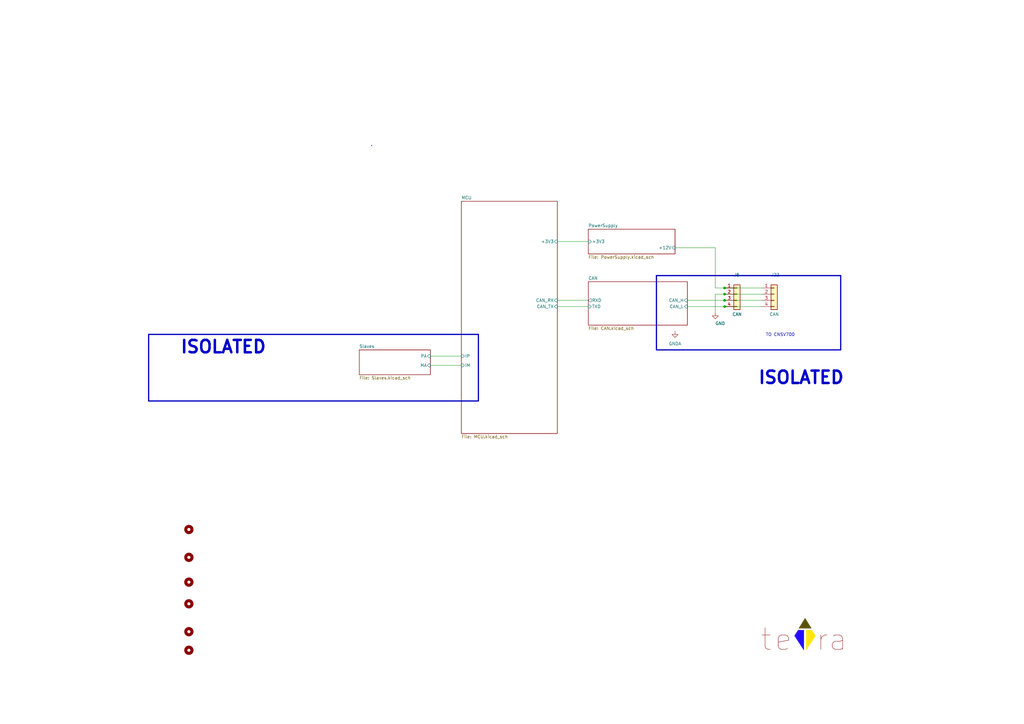
<source format=kicad_sch>
(kicad_sch
	(version 20231120)
	(generator "eeschema")
	(generator_version "8.0")
	(uuid "6a86ff6f-b159-4c4c-8a40-e732cc82e010")
	(paper "A3")
	(title_block
		(title "BMS-Master")
		(date "2024-07-23")
		(rev "V2")
		(company "teTra")
	)
	(lib_symbols
		(symbol "Library:Conn_01x04"
			(pin_names
				(offset 1.016) hide)
			(exclude_from_sim no)
			(in_bom yes)
			(on_board yes)
			(property "Reference" "J"
				(at 0 5.08 0)
				(effects
					(font
						(size 1.27 1.27)
					)
				)
			)
			(property "Value" "Conn_01x04"
				(at 0 -7.62 0)
				(effects
					(font
						(size 1.27 1.27)
					)
				)
			)
			(property "Footprint" ""
				(at 0 0 0)
				(effects
					(font
						(size 1.27 1.27)
					)
					(hide yes)
				)
			)
			(property "Datasheet" "~"
				(at 0 0 0)
				(effects
					(font
						(size 1.27 1.27)
					)
					(hide yes)
				)
			)
			(property "Description" "Generic connector, single row, 01x04, script generated (kicad-library-utils/schlib/autogen/connector/)"
				(at 0 0 0)
				(effects
					(font
						(size 1.27 1.27)
					)
					(hide yes)
				)
			)
			(property "ki_keywords" "connector"
				(at 0 0 0)
				(effects
					(font
						(size 1.27 1.27)
					)
					(hide yes)
				)
			)
			(property "ki_fp_filters" "Connector*:*_1x??_*"
				(at 0 0 0)
				(effects
					(font
						(size 1.27 1.27)
					)
					(hide yes)
				)
			)
			(symbol "Conn_01x04_1_1"
				(rectangle
					(start -1.27 -4.953)
					(end 0 -5.207)
					(stroke
						(width 0.1524)
						(type default)
					)
					(fill
						(type none)
					)
				)
				(rectangle
					(start -1.27 -2.413)
					(end 0 -2.667)
					(stroke
						(width 0.1524)
						(type default)
					)
					(fill
						(type none)
					)
				)
				(rectangle
					(start -1.27 0.127)
					(end 0 -0.127)
					(stroke
						(width 0.1524)
						(type default)
					)
					(fill
						(type none)
					)
				)
				(rectangle
					(start -1.27 2.667)
					(end 0 2.413)
					(stroke
						(width 0.1524)
						(type default)
					)
					(fill
						(type none)
					)
				)
				(rectangle
					(start -1.27 3.81)
					(end 1.27 -6.35)
					(stroke
						(width 0.254)
						(type default)
					)
					(fill
						(type background)
					)
				)
				(pin passive line
					(at -5.08 2.54 0)
					(length 3.81)
					(name "Pin_1"
						(effects
							(font
								(size 1.27 1.27)
							)
						)
					)
					(number "1"
						(effects
							(font
								(size 1.27 1.27)
							)
						)
					)
				)
				(pin passive line
					(at -5.08 0 0)
					(length 3.81)
					(name "Pin_2"
						(effects
							(font
								(size 1.27 1.27)
							)
						)
					)
					(number "2"
						(effects
							(font
								(size 1.27 1.27)
							)
						)
					)
				)
				(pin passive line
					(at -5.08 -2.54 0)
					(length 3.81)
					(name "Pin_3"
						(effects
							(font
								(size 1.27 1.27)
							)
						)
					)
					(number "3"
						(effects
							(font
								(size 1.27 1.27)
							)
						)
					)
				)
				(pin passive line
					(at -5.08 -5.08 0)
					(length 3.81)
					(name "Pin_4"
						(effects
							(font
								(size 1.27 1.27)
							)
						)
					)
					(number "4"
						(effects
							(font
								(size 1.27 1.27)
							)
						)
					)
				)
			)
		)
		(symbol "Library:GND"
			(power)
			(pin_names
				(offset 0)
			)
			(exclude_from_sim no)
			(in_bom yes)
			(on_board yes)
			(property "Reference" "#PWR"
				(at 0 -6.35 0)
				(effects
					(font
						(size 1.27 1.27)
					)
					(hide yes)
				)
			)
			(property "Value" "GND"
				(at 0 -3.81 0)
				(effects
					(font
						(size 1.27 1.27)
					)
				)
			)
			(property "Footprint" ""
				(at 0 0 0)
				(effects
					(font
						(size 1.27 1.27)
					)
					(hide yes)
				)
			)
			(property "Datasheet" ""
				(at 0 0 0)
				(effects
					(font
						(size 1.27 1.27)
					)
					(hide yes)
				)
			)
			(property "Description" "Power symbol creates a global label with name \"GND\" , ground"
				(at 0 0 0)
				(effects
					(font
						(size 1.27 1.27)
					)
					(hide yes)
				)
			)
			(property "ki_keywords" "global power"
				(at 0 0 0)
				(effects
					(font
						(size 1.27 1.27)
					)
					(hide yes)
				)
			)
			(symbol "GND_0_1"
				(polyline
					(pts
						(xy 0 0) (xy 0 -1.27) (xy 1.27 -1.27) (xy 0 -2.54) (xy -1.27 -1.27) (xy 0 -1.27)
					)
					(stroke
						(width 0)
						(type default)
					)
					(fill
						(type none)
					)
				)
			)
			(symbol "GND_1_1"
				(pin power_in line
					(at 0 0 270)
					(length 0) hide
					(name "GND"
						(effects
							(font
								(size 1.27 1.27)
							)
						)
					)
					(number "1"
						(effects
							(font
								(size 1.27 1.27)
							)
						)
					)
				)
			)
		)
		(symbol "Library:GNDA"
			(power)
			(pin_numbers hide)
			(pin_names
				(offset 0) hide)
			(exclude_from_sim no)
			(in_bom yes)
			(on_board yes)
			(property "Reference" "#PWR"
				(at 0 -6.35 0)
				(effects
					(font
						(size 1.27 1.27)
					)
					(hide yes)
				)
			)
			(property "Value" "GNDA"
				(at 0 -3.81 0)
				(effects
					(font
						(size 1.27 1.27)
					)
				)
			)
			(property "Footprint" ""
				(at 0 0 0)
				(effects
					(font
						(size 1.27 1.27)
					)
					(hide yes)
				)
			)
			(property "Datasheet" ""
				(at 0 0 0)
				(effects
					(font
						(size 1.27 1.27)
					)
					(hide yes)
				)
			)
			(property "Description" "Power symbol creates a global label with name \"GNDA\" , analog ground"
				(at 0 0 0)
				(effects
					(font
						(size 1.27 1.27)
					)
					(hide yes)
				)
			)
			(property "ki_keywords" "global power"
				(at 0 0 0)
				(effects
					(font
						(size 1.27 1.27)
					)
					(hide yes)
				)
			)
			(symbol "GNDA_0_1"
				(polyline
					(pts
						(xy 0 0) (xy 0 -1.27) (xy 1.27 -1.27) (xy 0 -2.54) (xy -1.27 -1.27) (xy 0 -1.27)
					)
					(stroke
						(width 0)
						(type default)
					)
					(fill
						(type none)
					)
				)
			)
			(symbol "GNDA_1_1"
				(pin power_in line
					(at 0 0 270)
					(length 0)
					(name "~"
						(effects
							(font
								(size 1.27 1.27)
							)
						)
					)
					(number "1"
						(effects
							(font
								(size 1.27 1.27)
							)
						)
					)
				)
			)
		)
		(symbol "Library:Logo_Tetra"
			(exclude_from_sim no)
			(in_bom yes)
			(on_board yes)
			(property "Reference" "U"
				(at -0.762 0 0)
				(effects
					(font
						(size 1.27 1.27)
					)
				)
			)
			(property "Value" ""
				(at -0.762 0 0)
				(effects
					(font
						(size 1.27 1.27)
					)
				)
			)
			(property "Footprint" ""
				(at -0.762 0 0)
				(effects
					(font
						(size 1.27 1.27)
					)
					(hide yes)
				)
			)
			(property "Datasheet" ""
				(at -0.762 0 0)
				(effects
					(font
						(size 1.27 1.27)
					)
					(hide yes)
				)
			)
			(property "Description" ""
				(at -0.762 0 0)
				(effects
					(font
						(size 1.27 1.27)
					)
					(hide yes)
				)
			)
			(symbol "Logo_Tetra_1_1"
				(polyline
					(pts
						(xy 0 7.366) (xy -2.54 3.302) (xy 2.54 3.302) (xy 0 7.366)
					)
					(stroke
						(width 0)
						(type default)
						(color 88 80 0 1)
					)
					(fill
						(type color)
						(color 88 80 0 1)
					)
				)
				(polyline
					(pts
						(xy -0.508 2.54) (xy -2.794 2.54) (xy -4.318 0.254) (xy -0.508 -5.588) (xy -0.508 2.54)
					)
					(stroke
						(width 0)
						(type default)
						(color 38 9 255 1)
					)
					(fill
						(type color)
						(color 38 9 255 1)
					)
				)
				(polyline
					(pts
						(xy 0.508 2.54) (xy 2.794 2.54) (xy 4.318 0.254) (xy 0.508 -5.588) (xy 0.508 2.54)
					)
					(stroke
						(width 0)
						(type default)
						(color 255 228 16 1)
					)
					(fill
						(type color)
						(color 255 228 16 1)
					)
				)
				(text "a"
					(at 13.462 -1.27 0)
					(effects
						(font
							(face "KiCad Font")
							(size 8.89 8.89)
						)
					)
				)
				(text "e"
					(at -8.89 -1.27 0)
					(effects
						(font
							(face "KiCad Font")
							(size 8.89 8.89)
						)
					)
				)
				(text "r"
					(at 7.112 -1.27 0)
					(effects
						(font
							(size 8.89 8.89)
						)
					)
				)
				(text "t"
					(at -16.002 -1.27 0)
					(effects
						(font
							(size 8.89 8.89)
						)
					)
				)
			)
		)
		(symbol "Library:MountingHole"
			(pin_names
				(offset 1.016)
			)
			(exclude_from_sim yes)
			(in_bom no)
			(on_board yes)
			(property "Reference" "H"
				(at 0 5.08 0)
				(effects
					(font
						(size 1.27 1.27)
					)
				)
			)
			(property "Value" "MountingHole"
				(at 0 3.175 0)
				(effects
					(font
						(size 1.27 1.27)
					)
				)
			)
			(property "Footprint" ""
				(at 0 0 0)
				(effects
					(font
						(size 1.27 1.27)
					)
					(hide yes)
				)
			)
			(property "Datasheet" "~"
				(at 0 0 0)
				(effects
					(font
						(size 1.27 1.27)
					)
					(hide yes)
				)
			)
			(property "Description" "Mounting Hole without connection"
				(at 0 0 0)
				(effects
					(font
						(size 1.27 1.27)
					)
					(hide yes)
				)
			)
			(property "ki_keywords" "mounting hole"
				(at 0 0 0)
				(effects
					(font
						(size 1.27 1.27)
					)
					(hide yes)
				)
			)
			(property "ki_fp_filters" "MountingHole*"
				(at 0 0 0)
				(effects
					(font
						(size 1.27 1.27)
					)
					(hide yes)
				)
			)
			(symbol "MountingHole_0_1"
				(circle
					(center 0 0)
					(radius 1.27)
					(stroke
						(width 1.27)
						(type default)
					)
					(fill
						(type none)
					)
				)
			)
		)
	)
	(junction
		(at 297.18 123.19)
		(diameter 0)
		(color 0 0 0 0)
		(uuid "1815a980-df43-4522-9f8e-be3d530b4127")
	)
	(junction
		(at 297.18 125.73)
		(diameter 0)
		(color 0 0 0 0)
		(uuid "52d635c3-4a6b-4e2d-b0ef-a95edab346d5")
	)
	(junction
		(at 297.18 120.65)
		(diameter 0)
		(color 0 0 0 0)
		(uuid "56e7cf6a-7807-4865-9ec6-754ab70b3a2c")
	)
	(junction
		(at 297.18 118.11)
		(diameter 0)
		(color 0 0 0 0)
		(uuid "ae9d0e56-3960-43ac-9a5e-7a82e4984649")
	)
	(wire
		(pts
			(xy 176.53 146.05) (xy 189.23 146.05)
		)
		(stroke
			(width 0)
			(type default)
		)
		(uuid "0d31769f-6a99-4532-aeea-d7f0647a7af1")
	)
	(wire
		(pts
			(xy 176.53 149.86) (xy 189.23 149.86)
		)
		(stroke
			(width 0)
			(type default)
		)
		(uuid "1e7f720d-d7bf-4d45-87d3-bc0484d30c54")
	)
	(wire
		(pts
			(xy 228.6 125.73) (xy 241.3 125.73)
		)
		(stroke
			(width 0)
			(type default)
		)
		(uuid "46e88a53-ed75-4660-bc1c-c2b95c9941ac")
	)
	(wire
		(pts
			(xy 281.94 125.73) (xy 297.18 125.73)
		)
		(stroke
			(width 0)
			(type default)
		)
		(uuid "5357218a-a4d2-45ba-bb22-1e1a8aa39d51")
	)
	(wire
		(pts
			(xy 228.6 99.06) (xy 241.3 99.06)
		)
		(stroke
			(width 0)
			(type default)
		)
		(uuid "564eaa5a-c668-48e7-8ea3-684b59fc4b93")
	)
	(wire
		(pts
			(xy 297.18 118.11) (xy 312.42 118.11)
		)
		(stroke
			(width 0)
			(type default)
		)
		(uuid "7693391c-8570-453f-90fd-fbba080dfdd6")
	)
	(wire
		(pts
			(xy 293.37 120.65) (xy 297.18 120.65)
		)
		(stroke
			(width 0)
			(type default)
		)
		(uuid "7b8c4b4e-138c-4a57-9063-721d806b9838")
	)
	(wire
		(pts
			(xy 293.37 120.65) (xy 293.37 128.27)
		)
		(stroke
			(width 0)
			(type default)
		)
		(uuid "927317a1-3d86-4cb3-b46e-d9aa69077681")
	)
	(wire
		(pts
			(xy 297.18 123.19) (xy 312.42 123.19)
		)
		(stroke
			(width 0)
			(type default)
		)
		(uuid "9a09f34e-baa1-4d23-8d74-ddbfb3df2c3a")
	)
	(wire
		(pts
			(xy 281.94 123.19) (xy 297.18 123.19)
		)
		(stroke
			(width 0)
			(type default)
		)
		(uuid "a818bd30-8138-4cda-908e-843677812338")
	)
	(wire
		(pts
			(xy 297.18 120.65) (xy 312.42 120.65)
		)
		(stroke
			(width 0)
			(type default)
		)
		(uuid "a87b788b-6eb7-4a4a-b899-96fbbc348285")
	)
	(wire
		(pts
			(xy 293.37 101.6) (xy 293.37 118.11)
		)
		(stroke
			(width 0)
			(type default)
		)
		(uuid "b47bf97d-1044-4315-ac3d-de5da6033f26")
	)
	(wire
		(pts
			(xy 228.6 123.19) (xy 241.3 123.19)
		)
		(stroke
			(width 0)
			(type default)
		)
		(uuid "bc7dd930-2602-4e2e-93c3-9599f2f9060b")
	)
	(wire
		(pts
			(xy 297.18 125.73) (xy 312.42 125.73)
		)
		(stroke
			(width 0)
			(type default)
		)
		(uuid "c2697cc7-6480-4188-8b86-f5dc49cd13f4")
	)
	(wire
		(pts
			(xy 293.37 118.11) (xy 297.18 118.11)
		)
		(stroke
			(width 0)
			(type default)
		)
		(uuid "e09bf15a-f50d-426b-a5c6-6863ee6f493c")
	)
	(wire
		(pts
			(xy 276.86 101.6) (xy 293.37 101.6)
		)
		(stroke
			(width 0)
			(type default)
		)
		(uuid "fba7112f-68fa-4dce-a705-0f77b8f0daa6")
	)
	(rectangle
		(start 152.4 59.69)
		(end 152.4 59.69)
		(stroke
			(width 0)
			(type default)
		)
		(fill
			(type none)
		)
		(uuid 16ed3026-92db-43e4-94ce-cb9942d539a9)
	)
	(rectangle
		(start 152.4 59.69)
		(end 152.4 59.69)
		(stroke
			(width 0)
			(type default)
		)
		(fill
			(type none)
		)
		(uuid 223aa8e8-e165-46dc-8004-d0f7a65ecba6)
	)
	(rectangle
		(start 152.4 59.69)
		(end 152.4 59.69)
		(stroke
			(width 0)
			(type default)
		)
		(fill
			(type none)
		)
		(uuid 2fcede93-9de7-495d-a723-2d73c73c7b6f)
	)
	(rectangle
		(start 152.4 59.69)
		(end 152.4 59.69)
		(stroke
			(width 0)
			(type default)
		)
		(fill
			(type none)
		)
		(uuid 5fbfa526-c30f-47f6-8144-7f30cec9d859)
	)
	(rectangle
		(start 152.4 59.69)
		(end 152.4 59.69)
		(stroke
			(width 0)
			(type default)
		)
		(fill
			(type none)
		)
		(uuid 6417f53f-a88b-4d4d-99b7-072470c6c0a0)
	)
	(rectangle
		(start 152.4 59.69)
		(end 152.4 59.69)
		(stroke
			(width 0)
			(type default)
		)
		(fill
			(type none)
		)
		(uuid 761ccd63-a067-48de-bb96-f182215cb15d)
	)
	(rectangle
		(start 152.4 59.69)
		(end 152.4 59.69)
		(stroke
			(width 0)
			(type default)
		)
		(fill
			(type none)
		)
		(uuid 7833effb-1ef3-4514-9423-6ce15b0e7601)
	)
	(rectangle
		(start 152.4 59.69)
		(end 152.4 59.69)
		(stroke
			(width 0)
			(type default)
		)
		(fill
			(type none)
		)
		(uuid 84c90483-45a3-4739-b73e-9c011eb5a6b3)
	)
	(rectangle
		(start 152.4 59.69)
		(end 152.4 59.69)
		(stroke
			(width 0)
			(type default)
		)
		(fill
			(type none)
		)
		(uuid a44f9e23-e56b-46ab-98e0-a509f1df9112)
	)
	(rectangle
		(start 152.4 59.69)
		(end 152.4 59.69)
		(stroke
			(width 0)
			(type default)
		)
		(fill
			(type none)
		)
		(uuid a6c3c0d5-36dd-4850-b1a5-9e9d33dbee96)
	)
	(rectangle
		(start 152.4 59.69)
		(end 152.4 59.69)
		(stroke
			(width 0)
			(type default)
		)
		(fill
			(type none)
		)
		(uuid cc05d2e2-b228-431e-bdc0-e0860c04d0cb)
	)
	(rectangle
		(start 269.24 113.03)
		(end 344.805 143.51)
		(stroke
			(width 0.5)
			(type default)
		)
		(fill
			(type none)
		)
		(uuid d1641d51-57d4-43f0-bc53-8f624be3d3a1)
	)
	(rectangle
		(start 152.4 59.69)
		(end 152.4 59.69)
		(stroke
			(width 0)
			(type default)
		)
		(fill
			(type none)
		)
		(uuid d8735071-f685-4511-9a51-ec1dbf78025d)
	)
	(rectangle
		(start 152.4 59.69)
		(end 152.4 59.69)
		(stroke
			(width 0)
			(type default)
		)
		(fill
			(type none)
		)
		(uuid ea6bb95e-e93f-4e24-b732-f58cac2dd5b5)
	)
	(rectangle
		(start 152.4 59.69)
		(end 152.4 59.69)
		(stroke
			(width 0)
			(type default)
		)
		(fill
			(type none)
		)
		(uuid ec13c14f-f372-47c6-8a1b-793204123c6b)
	)
	(rectangle
		(start 60.96 137.16)
		(end 196.215 164.465)
		(stroke
			(width 0.5)
			(type default)
		)
		(fill
			(type none)
		)
		(uuid ecd79333-2b26-4913-bd9c-63cb6b9965e8)
	)
	(rectangle
		(start 152.4 59.69)
		(end 152.4 59.69)
		(stroke
			(width 0)
			(type default)
		)
		(fill
			(type none)
		)
		(uuid ef661221-3ee0-456b-8605-67b88b2feaa8)
	)
	(rectangle
		(start 152.4 59.69)
		(end 152.4 59.69)
		(stroke
			(width 0)
			(type default)
		)
		(fill
			(type none)
		)
		(uuid fd9b1398-e4ca-40d7-b486-76ff1cab045d)
	)
	(text "ISOLATED"
		(exclude_from_sim no)
		(at 73.66 145.415 0)
		(effects
			(font
				(size 5.08 5.08)
				(thickness 1.016)
				(bold yes)
			)
			(justify left bottom)
		)
		(uuid "2f72da79-bdf8-4579-9ed1-a83544662245")
	)
	(text "TO CNSV700"
		(exclude_from_sim no)
		(at 320.04 137.414 0)
		(effects
			(font
				(size 1.27 1.27)
			)
		)
		(uuid "5180fe68-b87a-4be3-9dbe-8d12f762f071")
	)
	(text "ISOLATED"
		(exclude_from_sim no)
		(at 310.642 157.988 0)
		(effects
			(font
				(size 5.08 5.08)
				(thickness 1.016)
				(bold yes)
			)
			(justify left bottom)
		)
		(uuid "ad00bf51-f311-4529-b191-851f619e2a99")
	)
	(symbol
		(lib_id "Library:MountingHole")
		(at 77.47 217.17 180)
		(unit 1)
		(exclude_from_sim yes)
		(in_bom no)
		(on_board yes)
		(dnp no)
		(uuid "38595ddf-3943-40f2-b2ee-affec50ace1d")
		(property "Reference" "J21"
			(at 79.5528 213.7918 0)
			(effects
				(font
					(size 1.27 1.27)
				)
				(hide yes)
			)
		)
		(property "Value" "Hole /NC"
			(at 79.5528 213.7664 0)
			(effects
				(font
					(size 1.27 1.27)
				)
				(hide yes)
			)
		)
		(property "Footprint" "MountingHole:MountingHole_3.2mm_M3_ISO7380"
			(at 77.47 217.17 0)
			(effects
				(font
					(size 1.27 1.27)
				)
				(hide yes)
			)
		)
		(property "Datasheet" "~"
			(at 77.47 217.17 0)
			(effects
				(font
					(size 1.27 1.27)
				)
				(hide yes)
			)
		)
		(property "Description" "Mounting Hole without connection"
			(at 77.47 217.17 0)
			(effects
				(font
					(size 1.27 1.27)
				)
				(hide yes)
			)
		)
		(property "MPN" "N/A"
			(at 77.47 217.17 0)
			(effects
				(font
					(size 1.27 1.27)
				)
				(hide yes)
			)
		)
		(instances
			(project "LTC6811_ESP32_V5"
				(path "/6a86ff6f-b159-4c4c-8a40-e732cc82e010"
					(reference "J21")
					(unit 1)
				)
			)
		)
	)
	(symbol
		(lib_id "Library:GND")
		(at 293.37 128.27 0)
		(unit 1)
		(exclude_from_sim no)
		(in_bom yes)
		(on_board yes)
		(dnp no)
		(uuid "4de6c470-6bc2-4d83-9cc4-feed8a7e9536")
		(property "Reference" "#PWR09"
			(at 293.37 134.62 0)
			(effects
				(font
					(size 1.27 1.27)
				)
				(hide yes)
			)
		)
		(property "Value" "GND"
			(at 295.402 132.6642 0)
			(effects
				(font
					(size 1.27 1.27)
				)
			)
		)
		(property "Footprint" ""
			(at 293.37 128.27 0)
			(effects
				(font
					(size 1.27 1.27)
				)
				(hide yes)
			)
		)
		(property "Datasheet" ""
			(at 293.37 128.27 0)
			(effects
				(font
					(size 1.27 1.27)
				)
				(hide yes)
			)
		)
		(property "Description" ""
			(at 293.37 128.27 0)
			(effects
				(font
					(size 1.27 1.27)
				)
				(hide yes)
			)
		)
		(pin "1"
			(uuid "49a318ba-d78f-4aab-87df-8a0ee86ec453")
		)
		(instances
			(project "LTC6811_ESP32_V4"
				(path "/6a86ff6f-b159-4c4c-8a40-e732cc82e010"
					(reference "#PWR09")
					(unit 1)
				)
			)
		)
	)
	(symbol
		(lib_id "Library:Conn_01x04")
		(at 317.5 120.65 0)
		(unit 1)
		(exclude_from_sim no)
		(in_bom yes)
		(on_board yes)
		(dnp no)
		(uuid "6147c463-de4c-4027-8ec7-13df34ffe6f7")
		(property "Reference" "J23"
			(at 316.23 112.776 0)
			(effects
				(font
					(size 1.27 1.27)
				)
				(justify left)
			)
		)
		(property "Value" "CAN"
			(at 315.595 128.905 0)
			(effects
				(font
					(size 1.27 1.27)
				)
				(justify left)
			)
		)
		(property "Footprint" "Connector_JST:JST_XH_B4B-XH-A_1x04_P2.50mm_Vertical"
			(at 317.5 120.65 0)
			(effects
				(font
					(size 1.27 1.27)
				)
				(hide yes)
			)
		)
		(property "Datasheet" "chrome-extension://efaidnbmnnnibpcajpcglclefindmkaj/https://www.jst-mfg.com/product/pdf/eng/eXH.pdf"
			(at 317.5 120.65 0)
			(effects
				(font
					(size 1.27 1.27)
				)
				(hide yes)
			)
		)
		(property "Description" "Connector Header Through Hole 4 position 0.098\" (2.50mm)"
			(at 317.5 120.65 0)
			(effects
				(font
					(size 1.27 1.27)
				)
				(hide yes)
			)
		)
		(property "Link" "https://www.digikey.jp/en/products/detail/jst-sales-america-inc/B4B-XH-A/1651047"
			(at 317.5 120.65 0)
			(effects
				(font
					(size 1.27 1.27)
				)
				(hide yes)
			)
		)
		(property "MPN" "B4B-XH-A"
			(at 317.5 120.65 0)
			(effects
				(font
					(size 1.27 1.27)
				)
				(hide yes)
			)
		)
		(pin "1"
			(uuid "c0d9ce63-6f6e-4df2-8b1e-5c11f5e71fb7")
		)
		(pin "2"
			(uuid "11d73ab8-f703-42bd-8541-9ef48012c1e9")
		)
		(pin "3"
			(uuid "9e676ca2-2be6-4e9f-ad30-b8a48a0897ab")
		)
		(pin "4"
			(uuid "ffe29c01-4de7-4b7d-b7d2-b7afaee089f4")
		)
		(instances
			(project "LTC6811_ESP32_V5"
				(path "/6a86ff6f-b159-4c4c-8a40-e732cc82e010"
					(reference "J23")
					(unit 1)
				)
			)
		)
	)
	(symbol
		(lib_id "Library:MountingHole")
		(at 77.47 266.7 180)
		(unit 1)
		(exclude_from_sim yes)
		(in_bom no)
		(on_board yes)
		(dnp no)
		(uuid "8bb2778d-bd02-4535-aa6e-74bedd04d6ad")
		(property "Reference" "J3"
			(at 79.5528 263.3218 0)
			(effects
				(font
					(size 1.27 1.27)
				)
				(hide yes)
			)
		)
		(property "Value" "Hole /NC"
			(at 79.5528 263.2964 0)
			(effects
				(font
					(size 1.27 1.27)
				)
				(hide yes)
			)
		)
		(property "Footprint" "MountingHole:MountingHole_3.2mm_M3_ISO7380"
			(at 77.47 266.7 0)
			(effects
				(font
					(size 1.27 1.27)
				)
				(hide yes)
			)
		)
		(property "Datasheet" "~"
			(at 77.47 266.7 0)
			(effects
				(font
					(size 1.27 1.27)
				)
				(hide yes)
			)
		)
		(property "Description" "Mounting Hole without connection"
			(at 77.47 266.7 0)
			(effects
				(font
					(size 1.27 1.27)
				)
				(hide yes)
			)
		)
		(property "MPN" "N/A"
			(at 77.47 266.7 0)
			(effects
				(font
					(size 1.27 1.27)
				)
				(hide yes)
			)
		)
		(instances
			(project "LTC6811_ESP32_V1p21"
				(path "/6a86ff6f-b159-4c4c-8a40-e732cc82e010"
					(reference "J3")
					(unit 1)
				)
			)
			(project "LTC6811"
				(path "/c4061cfa-a05d-44c7-ba89-bb211c8b143a"
					(reference "J?")
					(unit 1)
				)
			)
		)
	)
	(symbol
		(lib_id "Library:MountingHole")
		(at 77.47 238.76 180)
		(unit 1)
		(exclude_from_sim yes)
		(in_bom no)
		(on_board yes)
		(dnp no)
		(uuid "92debd96-33ac-4027-b04a-6747f6db4290")
		(property "Reference" "J4"
			(at 79.5528 235.3818 0)
			(effects
				(font
					(size 1.27 1.27)
				)
				(hide yes)
			)
		)
		(property "Value" "Hole /NC"
			(at 79.5528 235.3564 0)
			(effects
				(font
					(size 1.27 1.27)
				)
				(hide yes)
			)
		)
		(property "Footprint" "MountingHole:MountingHole_3.2mm_M3_ISO7380"
			(at 77.47 238.76 0)
			(effects
				(font
					(size 1.27 1.27)
				)
				(hide yes)
			)
		)
		(property "Datasheet" "~"
			(at 77.47 238.76 0)
			(effects
				(font
					(size 1.27 1.27)
				)
				(hide yes)
			)
		)
		(property "Description" "Mounting Hole without connection"
			(at 77.47 238.76 0)
			(effects
				(font
					(size 1.27 1.27)
				)
				(hide yes)
			)
		)
		(property "MPN" "N/A"
			(at 77.47 238.76 0)
			(effects
				(font
					(size 1.27 1.27)
				)
				(hide yes)
			)
		)
		(instances
			(project "LTC6811_ESP32_V1p21"
				(path "/6a86ff6f-b159-4c4c-8a40-e732cc82e010"
					(reference "J4")
					(unit 1)
				)
			)
			(project "LTC6811"
				(path "/c4061cfa-a05d-44c7-ba89-bb211c8b143a"
					(reference "J?")
					(unit 1)
				)
			)
		)
	)
	(symbol
		(lib_id "Library:MountingHole")
		(at 77.47 259.08 180)
		(unit 1)
		(exclude_from_sim yes)
		(in_bom no)
		(on_board yes)
		(dnp no)
		(uuid "a378b476-f0bf-47f9-b669-3c03e66dcadb")
		(property "Reference" "J18"
			(at 79.5528 255.7018 0)
			(effects
				(font
					(size 1.27 1.27)
				)
				(hide yes)
			)
		)
		(property "Value" "Hole /NC"
			(at 79.5528 255.6764 0)
			(effects
				(font
					(size 1.27 1.27)
				)
				(hide yes)
			)
		)
		(property "Footprint" "MountingHole:MountingHole_3.2mm_M3_ISO7380"
			(at 77.47 259.08 0)
			(effects
				(font
					(size 1.27 1.27)
				)
				(hide yes)
			)
		)
		(property "Datasheet" "~"
			(at 77.47 259.08 0)
			(effects
				(font
					(size 1.27 1.27)
				)
				(hide yes)
			)
		)
		(property "Description" "Mounting Hole without connection"
			(at 77.47 259.08 0)
			(effects
				(font
					(size 1.27 1.27)
				)
				(hide yes)
			)
		)
		(property "MPN" "N/A"
			(at 77.47 259.08 0)
			(effects
				(font
					(size 1.27 1.27)
				)
				(hide yes)
			)
		)
		(instances
			(project "LTC6811_ESP32_V2"
				(path "/6a86ff6f-b159-4c4c-8a40-e732cc82e010"
					(reference "J18")
					(unit 1)
				)
			)
		)
	)
	(symbol
		(lib_id "Library:MountingHole")
		(at 77.47 247.65 180)
		(unit 1)
		(exclude_from_sim yes)
		(in_bom no)
		(on_board yes)
		(dnp no)
		(uuid "c382732d-7928-48e5-9a21-32523eed2fdc")
		(property "Reference" "J19"
			(at 79.5528 244.2718 0)
			(effects
				(font
					(size 1.27 1.27)
				)
				(hide yes)
			)
		)
		(property "Value" "Hole /NC"
			(at 79.5528 244.2464 0)
			(effects
				(font
					(size 1.27 1.27)
				)
				(hide yes)
			)
		)
		(property "Footprint" "MountingHole:MountingHole_3.2mm_M3_ISO7380"
			(at 77.47 247.65 0)
			(effects
				(font
					(size 1.27 1.27)
				)
				(hide yes)
			)
		)
		(property "Datasheet" "~"
			(at 77.47 247.65 0)
			(effects
				(font
					(size 1.27 1.27)
				)
				(hide yes)
			)
		)
		(property "Description" "Mounting Hole without connection"
			(at 77.47 247.65 0)
			(effects
				(font
					(size 1.27 1.27)
				)
				(hide yes)
			)
		)
		(property "MPN" "N/A"
			(at 77.47 247.65 0)
			(effects
				(font
					(size 1.27 1.27)
				)
				(hide yes)
			)
		)
		(instances
			(project "LTC6811_ESP32_V2"
				(path "/6a86ff6f-b159-4c4c-8a40-e732cc82e010"
					(reference "J19")
					(unit 1)
				)
			)
		)
	)
	(symbol
		(lib_id "Library:Conn_01x04")
		(at 302.26 120.65 0)
		(unit 1)
		(exclude_from_sim no)
		(in_bom yes)
		(on_board yes)
		(dnp no)
		(uuid "dfa3421d-f1bc-4f8a-9f76-d385d7166dae")
		(property "Reference" "J5"
			(at 300.99 112.776 0)
			(effects
				(font
					(size 1.27 1.27)
				)
				(justify left)
			)
		)
		(property "Value" "CAN"
			(at 300.355 128.905 0)
			(effects
				(font
					(size 1.27 1.27)
				)
				(justify left)
			)
		)
		(property "Footprint" "Connector_JST:JST_XH_B4B-XH-A_1x04_P2.50mm_Vertical"
			(at 302.26 120.65 0)
			(effects
				(font
					(size 1.27 1.27)
				)
				(hide yes)
			)
		)
		(property "Datasheet" "chrome-extension://efaidnbmnnnibpcajpcglclefindmkaj/https://www.jst-mfg.com/product/pdf/eng/eXH.pdf"
			(at 302.26 120.65 0)
			(effects
				(font
					(size 1.27 1.27)
				)
				(hide yes)
			)
		)
		(property "Description" "Connector Header Through Hole 4 position 0.098\" (2.50mm)"
			(at 302.26 120.65 0)
			(effects
				(font
					(size 1.27 1.27)
				)
				(hide yes)
			)
		)
		(property "Link" "https://www.digikey.jp/en/products/detail/jst-sales-america-inc/B4B-XH-A/1651047"
			(at 302.26 120.65 0)
			(effects
				(font
					(size 1.27 1.27)
				)
				(hide yes)
			)
		)
		(property "MPN" "B4B-XH-A"
			(at 302.26 120.65 0)
			(effects
				(font
					(size 1.27 1.27)
				)
				(hide yes)
			)
		)
		(pin "1"
			(uuid "f76bcf01-8ff2-4de4-82eb-e304954d7389")
		)
		(pin "2"
			(uuid "f771fc59-f187-4166-b847-69c9d3e15f99")
		)
		(pin "3"
			(uuid "4428bf24-1201-47c2-ab28-ddef0301aaf6")
		)
		(pin "4"
			(uuid "8097647d-0e20-447c-a41a-8b4f28721bd1")
		)
		(instances
			(project "LTC6811_ESP32_V1p21"
				(path "/6a86ff6f-b159-4c4c-8a40-e732cc82e010"
					(reference "J5")
					(unit 1)
				)
			)
			(project "L9963E+ESP32"
				(path "/e9bba7f0-c10d-45df-9f8e-74901087917a"
					(reference "J?")
					(unit 1)
				)
			)
		)
	)
	(symbol
		(lib_id "Library:GNDA")
		(at 276.86 135.89 0)
		(unit 1)
		(exclude_from_sim no)
		(in_bom yes)
		(on_board yes)
		(dnp no)
		(fields_autoplaced yes)
		(uuid "ebfe08d9-b7bd-447a-9d56-51c288812cc7")
		(property "Reference" "#PWR038"
			(at 276.86 142.24 0)
			(effects
				(font
					(size 1.27 1.27)
				)
				(hide yes)
			)
		)
		(property "Value" "GNDA"
			(at 276.86 140.97 0)
			(effects
				(font
					(size 1.27 1.27)
				)
			)
		)
		(property "Footprint" ""
			(at 276.86 135.89 0)
			(effects
				(font
					(size 1.27 1.27)
				)
				(hide yes)
			)
		)
		(property "Datasheet" ""
			(at 276.86 135.89 0)
			(effects
				(font
					(size 1.27 1.27)
				)
				(hide yes)
			)
		)
		(property "Description" "Power symbol creates a global label with name \"GNDA\" , analog ground"
			(at 276.86 135.89 0)
			(effects
				(font
					(size 1.27 1.27)
				)
				(hide yes)
			)
		)
		(pin "1"
			(uuid "aef368a1-852d-4b02-a67b-13c508e15dc5")
		)
		(instances
			(project ""
				(path "/6a86ff6f-b159-4c4c-8a40-e732cc82e010"
					(reference "#PWR038")
					(unit 1)
				)
			)
		)
	)
	(symbol
		(lib_id "Library:Logo_Tetra")
		(at 330.2 260.985 0)
		(unit 1)
		(exclude_from_sim no)
		(in_bom no)
		(on_board yes)
		(dnp no)
		(fields_autoplaced yes)
		(uuid "fa65b393-8ebe-4854-9176-2af361d7981a")
		(property "Reference" "LOGO1"
			(at 337.947 252.222 0)
			(effects
				(font
					(size 1.27 1.27)
				)
				(hide yes)
			)
		)
		(property "Value" "teTra /NC"
			(at 330.454 253.111 0)
			(effects
				(font
					(size 1.27 1.27)
				)
				(hide yes)
			)
		)
		(property "Footprint" "Symbol:teTra-LOGO"
			(at 329.438 260.985 0)
			(effects
				(font
					(size 1.27 1.27)
				)
				(hide yes)
			)
		)
		(property "Datasheet" ""
			(at 329.438 260.985 0)
			(effects
				(font
					(size 1.27 1.27)
				)
				(hide yes)
			)
		)
		(property "Description" ""
			(at 329.438 260.985 0)
			(effects
				(font
					(size 1.27 1.27)
				)
				(hide yes)
			)
		)
		(instances
			(project "LTC6811_ESP32_V1p21"
				(path "/6a86ff6f-b159-4c4c-8a40-e732cc82e010"
					(reference "LOGO1")
					(unit 1)
				)
			)
		)
	)
	(symbol
		(lib_id "Library:MountingHole")
		(at 77.47 228.6 180)
		(unit 1)
		(exclude_from_sim yes)
		(in_bom no)
		(on_board yes)
		(dnp no)
		(uuid "ff8fb70a-77fe-4637-b621-4e73ed43bb01")
		(property "Reference" "J7"
			(at 79.5528 225.2218 0)
			(effects
				(font
					(size 1.27 1.27)
				)
				(hide yes)
			)
		)
		(property "Value" "Hole /NC"
			(at 79.5528 225.1964 0)
			(effects
				(font
					(size 1.27 1.27)
				)
				(hide yes)
			)
		)
		(property "Footprint" "MountingHole:MountingHole_3.2mm_M3_ISO7380"
			(at 77.47 228.6 0)
			(effects
				(font
					(size 1.27 1.27)
				)
				(hide yes)
			)
		)
		(property "Datasheet" "~"
			(at 77.47 228.6 0)
			(effects
				(font
					(size 1.27 1.27)
				)
				(hide yes)
			)
		)
		(property "Description" "Mounting Hole without connection"
			(at 77.47 228.6 0)
			(effects
				(font
					(size 1.27 1.27)
				)
				(hide yes)
			)
		)
		(property "MPN" "N/A"
			(at 77.47 228.6 0)
			(effects
				(font
					(size 1.27 1.27)
				)
				(hide yes)
			)
		)
		(instances
			(project "LTC6811_ESP32_V2"
				(path "/6a86ff6f-b159-4c4c-8a40-e732cc82e010"
					(reference "J7")
					(unit 1)
				)
			)
		)
	)
	(sheet
		(at 241.3 115.57)
		(size 40.64 17.78)
		(fields_autoplaced yes)
		(stroke
			(width 0)
			(type solid)
		)
		(fill
			(color 0 0 0 0.0000)
		)
		(uuid "00000000-0000-0000-0000-00005a91e16c")
		(property "Sheetname" "CAN"
			(at 241.3 114.8584 0)
			(effects
				(font
					(size 1.27 1.27)
				)
				(justify left bottom)
			)
		)
		(property "Sheetfile" "CAN.kicad_sch"
			(at 241.3 133.9346 0)
			(effects
				(font
					(size 1.27 1.27)
				)
				(justify left top)
			)
		)
		(pin "RXD" output
			(at 241.3 123.19 180)
			(effects
				(font
					(size 1.27 1.27)
				)
				(justify left)
			)
			(uuid "e7c02fdc-da22-4866-ac26-2eac3a7cf0ac")
		)
		(pin "TXD" input
			(at 241.3 125.73 180)
			(effects
				(font
					(size 1.27 1.27)
				)
				(justify left)
			)
			(uuid "43930b09-b929-4bb1-977f-413e25e60f62")
		)
		(pin "CAN_H" input
			(at 281.94 123.19 0)
			(effects
				(font
					(size 1.27 1.27)
				)
				(justify right)
			)
			(uuid "f4ed73d6-3b71-4a9e-9a60-4b018d11ecb2")
		)
		(pin "CAN_L" input
			(at 281.94 125.73 0)
			(effects
				(font
					(size 1.27 1.27)
				)
				(justify right)
			)
			(uuid "3e716b15-9d28-46fd-9dc3-c5bff9ce31b2")
		)
		(instances
			(project "LTC6811_ESP32_Master_V5P2"
				(path "/6a86ff6f-b159-4c4c-8a40-e732cc82e010"
					(page "5")
				)
			)
		)
	)
	(sheet
		(at 189.23 82.55)
		(size 39.37 95.25)
		(fields_autoplaced yes)
		(stroke
			(width 0)
			(type solid)
		)
		(fill
			(color 0 0 0 0.0000)
		)
		(uuid "00000000-0000-0000-0000-00005ab72d4d")
		(property "Sheetname" "MCU"
			(at 189.23 81.8384 0)
			(effects
				(font
					(size 1.27 1.27)
				)
				(justify left bottom)
			)
		)
		(property "Sheetfile" "MCU.kicad_sch"
			(at 189.23 178.3846 0)
			(effects
				(font
					(size 1.27 1.27)
				)
				(justify left top)
			)
		)
		(pin "CAN_RX" input
			(at 228.6 123.19 0)
			(effects
				(font
					(size 1.27 1.27)
				)
				(justify right)
			)
			(uuid "d1826ec9-7344-48ad-b778-b6009e5bc8bd")
		)
		(pin "CAN_TX" input
			(at 228.6 125.73 0)
			(effects
				(font
					(size 1.27 1.27)
				)
				(justify right)
			)
			(uuid "6f79f6be-c76f-425b-a542-e6d60e8fa403")
		)
		(pin "+3V3" input
			(at 228.6 99.06 0)
			(effects
				(font
					(size 1.27 1.27)
				)
				(justify right)
			)
			(uuid "82fbfbb5-ea53-4cdd-8007-f46a8d4dc305")
		)
		(pin "IM" input
			(at 189.23 149.86 180)
			(effects
				(font
					(size 1.27 1.27)
				)
				(justify left)
			)
			(uuid "7bc0602b-6d2a-4033-b266-d1b8840b783b")
		)
		(pin "IP" input
			(at 189.23 146.05 180)
			(effects
				(font
					(size 1.27 1.27)
				)
				(justify left)
			)
			(uuid "92ddacdc-7d72-4557-af52-f1bceb8c0472")
		)
		(instances
			(project "LTC6811_ESP32_Master_V5P2"
				(path "/6a86ff6f-b159-4c4c-8a40-e732cc82e010"
					(page "4")
				)
			)
		)
	)
	(sheet
		(at 241.3 93.98)
		(size 35.56 10.16)
		(fields_autoplaced yes)
		(stroke
			(width 0)
			(type solid)
		)
		(fill
			(color 0 0 0 0.0000)
		)
		(uuid "00000000-0000-0000-0000-00005ac18063")
		(property "Sheetname" "PowerSupply"
			(at 241.3 93.2684 0)
			(effects
				(font
					(size 1.27 1.27)
				)
				(justify left bottom)
			)
		)
		(property "Sheetfile" "PowerSupply.kicad_sch"
			(at 241.3 104.7246 0)
			(effects
				(font
					(size 1.27 1.27)
				)
				(justify left top)
			)
		)
		(pin "+3V3" input
			(at 241.3 99.06 180)
			(effects
				(font
					(size 1.27 1.27)
				)
				(justify left)
			)
			(uuid "c9189066-8e08-4224-b150-4d917bf7f531")
		)
		(pin "+12V" input
			(at 276.86 101.6 0)
			(effects
				(font
					(size 1.27 1.27)
				)
				(justify right)
			)
			(uuid "c17cdff5-e6cd-47e1-8e04-5275646d60c4")
		)
		(instances
			(project "LTC6811_ESP32_Master_V5P2"
				(path "/6a86ff6f-b159-4c4c-8a40-e732cc82e010"
					(page "3")
				)
			)
		)
	)
	(sheet
		(at 147.32 143.51)
		(size 29.21 10.16)
		(fields_autoplaced yes)
		(stroke
			(width 0.1524)
			(type solid)
		)
		(fill
			(color 0 0 0 0.0000)
		)
		(uuid "6b51f869-3fd5-42f9-b3ca-66a1d105433e")
		(property "Sheetname" "Slaves"
			(at 147.32 142.7984 0)
			(effects
				(font
					(size 1.27 1.27)
				)
				(justify left bottom)
			)
		)
		(property "Sheetfile" "Slaves.kicad_sch"
			(at 147.32 154.2546 0)
			(effects
				(font
					(size 1.27 1.27)
				)
				(justify left top)
			)
		)
		(pin "PA" input
			(at 176.53 146.05 0)
			(effects
				(font
					(size 1.27 1.27)
				)
				(justify right)
			)
			(uuid "071d8036-134c-4648-a801-6ea9887f2eaa")
		)
		(pin "MA" input
			(at 176.53 149.86 0)
			(effects
				(font
					(size 1.27 1.27)
				)
				(justify right)
			)
			(uuid "70b8841f-43f9-4653-906b-2966be852cc8")
		)
		(instances
			(project "LTC6811_ESP32_Master_V5P2"
				(path "/6a86ff6f-b159-4c4c-8a40-e732cc82e010"
					(page "6")
				)
			)
		)
	)
	(sheet_instances
		(path "/"
			(page "1")
		)
	)
)

</source>
